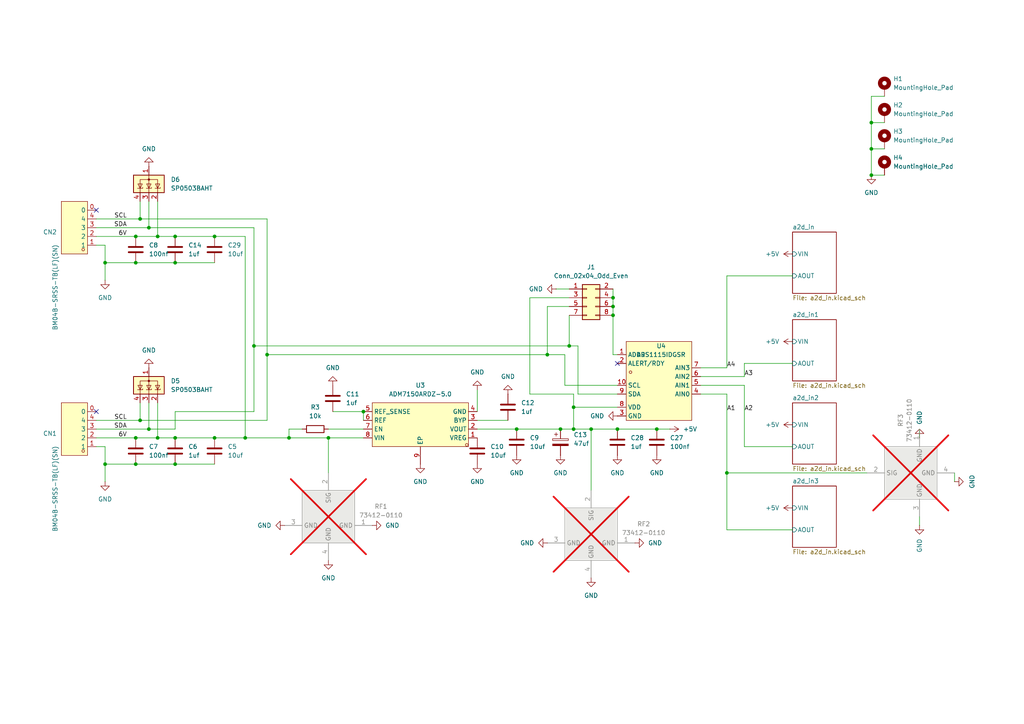
<source format=kicad_sch>
(kicad_sch (version 20231120) (generator "eeschema") (generator_version "8.0")
  (paper "A4")
  (lib_symbols
    (symbol "Connector_Generic:Conn_02x04_Odd_Even" (pin_names (offset 1.016) hide)
      (property "Reference" "J" (at 1.27 5.08 0))
      (property "Value" "Conn_02x04_Odd_Even" (at 1.27 -7.62 0))
      (symbol "Conn_02x04_Odd_Even_1_1"
        (rectangle (start -1.27 -4.953) (end 0 -5.207) (stroke (width 0.1524)))
        (rectangle (start -1.27 -2.413) (end 0 -2.667) (stroke (width 0.1524)))
        (rectangle (start -1.27 0.127) (end 0 -0.127) (stroke (width 0.1524)))
        (rectangle (start -1.27 2.667) (end 0 2.413) (stroke (width 0.1524)))
        (rectangle (start -1.27 3.81) (end 3.81 -6.35) (stroke (width 0.254)) (fill (type background)))
        (rectangle (start 3.81 -4.953) (end 2.54 -5.207) (stroke (width 0.1524)))
        (rectangle (start 3.81 -2.413) (end 2.54 -2.667) (stroke (width 0.1524)))
        (rectangle (start 3.81 0.127) (end 2.54 -0.127) (stroke (width 0.1524)))
        (rectangle (start 3.81 2.667) (end 2.54 2.413) (stroke (width 0.1524)))
        (pin passive line (at -5.08 2.54 0) (length 3.81) (name "Pin_1") (number "1"))
        (pin passive line (at 7.62 2.54 180) (length 3.81) (name "Pin_2") (number "2"))
        (pin passive line (at -5.08 0 0) (length 3.81) (name "Pin_3") (number "3"))
        (pin passive line (at 7.62 0 180) (length 3.81) (name "Pin_4") (number "4"))
        (pin passive line (at -5.08 -2.54 0) (length 3.81) (name "Pin_5") (number "5"))
        (pin passive line (at 7.62 -2.54 180) (length 3.81) (name "Pin_6") (number "6"))
        (pin passive line (at -5.08 -5.08 0) (length 3.81) (name "Pin_7") (number "7"))
        (pin passive line (at 7.62 -5.08 180) (length 3.81) (name "Pin_8") (number "8"))
      )
    )
    (symbol "Device:C" (pin_numbers hide) (pin_names (offset 0.254))
      (property "Reference" "C" (at 0.635 2.54 0))
      (property "Value" "C" (at 0.635 -2.54 0))
      (symbol "C_0_1"
        (polyline (pts (xy -2.032 -0.762) (xy 2.032 -0.762)) (stroke (width 0.508)))
        (polyline (pts (xy -2.032 0.762) (xy 2.032 0.762)) (stroke (width 0.508)))
      )
      (symbol "C_1_1"
        (pin passive line (at 0 3.81 270) (length 2.794) (name "~") (number "1"))
        (pin passive line (at 0 -3.81 90) (length 2.794) (name "~") (number "2"))
      )
    )
    (symbol "Device:C_Polarized" (pin_numbers hide) (pin_names (offset 0.254))
      (property "Reference" "C" (at 0.635 2.54 0))
      (property "Value" "C_Polarized" (at 0.635 -2.54 0))
      (symbol "C_Polarized_0_1"
        (rectangle (start -2.286 0.508) (end 2.286 1.016))
        (polyline (pts (xy -1.778 2.286) (xy -0.762 2.286)))
        (polyline (pts (xy -1.27 2.794) (xy -1.27 1.778)))
        (rectangle (start 2.286 -0.508) (end -2.286 -1.016) (fill (type outline)))
      )
      (symbol "C_Polarized_1_1"
        (pin passive line (at 0 3.81 270) (length 2.794) (name "~") (number "1"))
        (pin passive line (at 0 -3.81 90) (length 2.794) (name "~") (number "2"))
      )
    )
    (symbol "Device:R" (pin_numbers hide) (pin_names (offset 0))
      (property "Reference" "R" (at 2.032 0 90))
      (property "Value" "R" (at 0 0 90))
      (symbol "R_0_1"
        (rectangle (start -1.016 -2.54) (end 1.016 2.54) (stroke (width 0.254)))
      )
      (symbol "R_1_1"
        (pin passive line (at 0 3.81 270) (length 1.27) (name "~") (number "1"))
        (pin passive line (at 0 -3.81 90) (length 1.27) (name "~") (number "2"))
      )
    )
    (symbol "Mechanical:MountingHole_Pad" (pin_numbers hide) (pin_names (offset 1.016) hide) (exclude_from_sim yes) (in_bom no)
      (property "Reference" "H" (at 0 6.35 0))
      (property "Value" "MountingHole_Pad" (at 0 4.445 0))
      (symbol "MountingHole_Pad_0_1"
        (circle (center 0 1.27) (radius 1.27) (stroke (width 1.27)))
      )
      (symbol "MountingHole_Pad_1_1"
        (pin input line (at 0 -2.54 90) (length 2.54) (name "1") (number "1"))
      )
    )
    (symbol "Power_Protection:SP0503BAHT" (pin_names hide)
      (property "Reference" "D" (at 5.715 2.54 0))
      (property "Value" "SP0503BAHT" (at 5.715 0.635 0))
      (symbol "SP0503BAHT_0_0"
        (pin passive line (at 0 -5.08 90) (length 2.54) (name "A") (number "1"))
      )
      (symbol "SP0503BAHT_0_1"
        (rectangle (start -4.445 2.54) (end 4.445 -2.54) (stroke (width 0.254)) (fill (type background)))
        (circle (center 0 -1.27) (radius 0.254) (fill (type outline)))
        (polyline (pts (xy -2.54 2.54) (xy -2.54 1.27)))
        (polyline (pts (xy 0 -1.27) (xy 0 -2.54)))
        (polyline (pts (xy 0 -1.27) (xy 0 1.27)))
        (polyline (pts (xy 0 2.54) (xy 0 1.27)))
        (polyline (pts (xy 0.635 1.27) (xy 0.762 1.27)))
        (polyline (pts (xy 2.54 2.54) (xy 2.54 1.27)))
        (polyline (pts (xy 0.635 1.27) (xy -0.762 1.27) (xy -0.762 1.016)))
        (polyline (pts (xy -3.302 1.016) (xy -3.302 1.27) (xy -1.905 1.27) (xy -1.778 1.27)))
        (polyline (pts (xy -2.54 1.27) (xy -2.54 -1.27) (xy 2.54 -1.27) (xy 2.54 1.27)))
        (polyline (pts (xy -2.54 1.27) (xy -1.905 0) (xy -3.175 0) (xy -2.54 1.27)))
        (polyline (pts (xy 0.635 0) (xy -0.635 0) (xy 0 1.27) (xy 0.635 0)))
        (polyline (pts (xy 1.778 1.016) (xy 1.778 1.27) (xy 3.175 1.27) (xy 3.302 1.27)))
        (polyline (pts (xy 2.54 1.27) (xy 1.905 0) (xy 3.175 0) (xy 2.54 1.27)))
      )
      (symbol "SP0503BAHT_1_1"
        (pin passive line (at -2.54 5.08 270) (length 2.54) (name "K") (number "2"))
        (pin passive line (at 0 5.08 270) (length 2.54) (name "K") (number "3"))
        (pin passive line (at 2.54 5.08 270) (length 2.54) (name "K") (number "4"))
      )
    )
    (symbol "easyeda2kicad:73412-0110"
      (property "Reference" "RF" (at 0 20.32 0))
      (property "Value" "73412-0110" (at 0 -15.24 0))
      (symbol "73412-0110_0_1"
        (rectangle (start -7.62 10.16) (end 7.62 -5.08) (fill (type background)))
        (pin unspecified line (at -12.7 5.08 0) (length 5.08) (name "GND") (number "1"))
        (pin unspecified line (at 0 -10.16 90) (length 5.08) (name "SIG") (number "2"))
        (pin unspecified line (at 12.7 5.08 180) (length 5.08) (name "GND") (number "3"))
        (pin unspecified line (at 0 15.24 270) (length 5.08) (name "GND") (number "4"))
      )
    )
    (symbol "easyeda2kicad:ADM7150ARDZ-5.0"
      (property "Reference" "U" (at 0 16.51 0))
      (property "Value" "ADM7150ARDZ-5.0" (at 0 -8.89 0))
      (symbol "ADM7150ARDZ-5.0_0_1"
        (rectangle (start -13.97 6.35) (end 13.97 -6.35) (fill (type background)))
        (circle (center -13.46 5.84) (radius 0.38))
        (pin passive line (at -16.51 3.81 0) (length 2.54) (name "VREG") (number "1"))
        (pin power_out line (at -16.51 1.27 0) (length 2.54) (name "VOUT") (number "2"))
        (pin passive line (at -16.51 -1.27 0) (length 2.54) (name "BYP") (number "3"))
        (pin power_in line (at -16.51 -3.81 0) (length 2.54) (name "GND") (number "4"))
        (pin input line (at 16.51 -3.81 180) (length 2.54) (name "REF_SENSE") (number "5"))
        (pin output line (at 16.51 -1.27 180) (length 2.54) (name "REF") (number "6"))
        (pin input line (at 16.51 1.27 180) (length 2.54) (name "EN") (number "7"))
        (pin power_in line (at 16.51 3.81 180) (length 2.54) (name "VIN") (number "8"))
        (pin power_in line (at 0 11.43 270) (length 5.08) (name "EP") (number "9"))
      )
    )
    (symbol "easyeda2kicad:ADS1115IDGSR"
      (property "Reference" "U" (at -1.778 15.24 0))
      (property "Value" "ADS1115IDGSR" (at 0 -10.16 0))
      (symbol "ADS1115IDGSR_0_1"
        (rectangle (start -10.16 13.97) (end 8.89 -8.89) (fill (type background)))
        (circle (center -8.89 5.08) (radius 0.38))
        (pin unspecified line (at -12.7 10.16 0) (length 2.54) (name "ADDR") (number "1"))
        (pin unspecified line (at -12.7 1.27 0) (length 2.54) (name "SCL") (number "10"))
        (pin unspecified line (at -12.7 7.62 0) (length 2.54) (name "ALERT/RDY") (number "2"))
        (pin unspecified line (at -12.7 -7.62 0) (length 2.54) (name "GND") (number "3"))
        (pin unspecified line (at 11.43 -1.27 180) (length 2.54) (name "AIN0") (number "4"))
        (pin unspecified line (at 11.43 1.27 180) (length 2.54) (name "AIN1") (number "5"))
        (pin unspecified line (at 11.43 3.81 180) (length 2.54) (name "AIN2") (number "6"))
        (pin unspecified line (at 11.43 6.35 180) (length 2.54) (name "AIN3") (number "7"))
        (pin unspecified line (at -12.7 -5.08 0) (length 2.54) (name "VDD") (number "8"))
        (pin unspecified line (at -12.7 -1.27 0) (length 2.54) (name "SDA") (number "9"))
      )
    )
    (symbol "easyeda2kicad:BM04B-SRSS-TB(LF)(SN)"
      (property "Reference" "CN" (at 0 10.16 0))
      (property "Value" "BM04B-SRSS-TB(LF)(SN)" (at 0 -10.16 0))
      (symbol "BM04B-SRSS-TB(LF)(SN)_0_1"
        (rectangle (start -2.54 7.62) (end 5.08 -7.62) (fill (type background)))
        (circle (center -1.27 6.35) (radius 0.38))
        (pin unspecified line (at -5.08 -5.08 0) (length 2.54) (name "0") (number "0"))
        (pin unspecified line (at -5.08 5.08 0) (length 2.54) (name "1") (number "1"))
        (pin unspecified line (at -5.08 2.54 0) (length 2.54) (name "2") (number "2"))
        (pin unspecified line (at -5.08 0 0) (length 2.54) (name "3") (number "3"))
        (pin unspecified line (at -5.08 -2.54 0) (length 2.54) (name "4") (number "4"))
      )
    )
    (symbol "power:+5V" (power) (pin_numbers hide) (pin_names (offset 0) hide)
      (property "Value" "+5V" (at 0 3.556 0))
      (symbol "+5V_0_1"
        (polyline (pts (xy -0.762 1.27) (xy 0 2.54)))
        (polyline (pts (xy 0 0) (xy 0 2.54)))
        (polyline (pts (xy 0 2.54) (xy 0.762 1.27)))
      )
      (symbol "+5V_1_1"
        (pin power_in line (at 0 0 90) (length 0) (name "~") (number "1"))
      )
    )
    (symbol "power:GND" (power) (pin_numbers hide) (pin_names (offset 0) hide)
      (property "Value" "GND" (at 0 -3.81 0))
      (symbol "GND_0_1"
        (polyline (pts (xy 0 0) (xy 0 -1.27) (xy 1.27 -1.27) (xy 0 -2.54) (xy -1.27 -1.27) (xy 0 -1.27)))
      )
      (symbol "GND_1_1"
        (pin power_in line (at 0 0 270) (length 0) (name "~") (number "1"))
      )
    )
  )
  (junction (at 43.18 66.04))
  (junction (at 158.75 102.87))
  (junction (at 40.64 63.5))
  (junction (at 43.18 124.46))
  (junction (at 95.25 127))
  (junction (at 30.48 76.2))
  (junction (at 62.23 68.58))
  (junction (at 177.8 91.44))
  (junction (at 166.37 124.46))
  (junction (at 149.86 124.46))
  (junction (at 105.41 119.38))
  (junction (at 73.66 100.33))
  (junction (at 39.37 68.58))
  (junction (at 166.37 118.11))
  (junction (at 210.82 137.16))
  (junction (at 50.8 127))
  (junction (at 177.8 86.36))
  (junction (at 165.1 100.33))
  (junction (at 252.73 35.56))
  (junction (at 50.8 134.62))
  (junction (at 162.56 124.46))
  (junction (at 45.72 68.58))
  (junction (at 252.73 50.8))
  (junction (at 30.48 134.62))
  (junction (at 252.73 43.18))
  (junction (at 190.5 124.46))
  (junction (at 71.12 127))
  (junction (at 77.47 102.87))
  (junction (at 50.8 76.2))
  (junction (at 171.45 124.46))
  (junction (at 179.07 124.46))
  (junction (at 39.37 127))
  (junction (at 39.37 134.62))
  (junction (at 50.8 68.58))
  (junction (at 62.23 127))
  (junction (at 177.8 88.9))
  (junction (at 45.72 127))
  (junction (at 40.64 121.92))
  (junction (at 39.37 76.2))
  (junction (at 83.82 127))
  (no_connect (at 179.07 105.41))
  (no_connect (at 27.94 60.96))
  (no_connect (at 27.94 119.38))
  (wire (pts (xy 165.1 100.33) (xy 167.64 100.33)))
  (wire (pts (xy 171.45 124.46) (xy 171.45 142.24)))
  (wire (pts (xy 77.47 102.87) (xy 158.75 102.87)))
  (wire (pts (xy 50.8 127) (xy 62.23 127)))
  (wire (pts (xy 50.8 134.62) (xy 62.23 134.62)))
  (wire (pts (xy 39.37 76.2) (xy 50.8 76.2)))
  (wire (pts (xy 215.9 129.54) (xy 229.87 129.54)))
  (wire (pts (xy 256.54 35.56) (xy 252.73 35.56)))
  (wire (pts (xy 163.83 102.87) (xy 163.83 111.76)))
  (wire (pts (xy 39.37 127) (xy 45.72 127)))
  (wire (pts (xy 194.31 124.46) (xy 190.5 124.46)))
  (wire (pts (xy 45.72 116.84) (xy 45.72 127)))
  (wire (pts (xy 95.25 124.46) (xy 105.41 124.46)))
  (wire (pts (xy 252.73 27.94) (xy 252.73 35.56)))
  (wire (pts (xy 177.8 83.82) (xy 177.8 86.36)))
  (wire (pts (xy 138.43 113.03) (xy 138.43 119.38)))
  (wire (pts (xy 210.82 80.01) (xy 229.87 80.01)))
  (wire (pts (xy 203.2 106.68) (xy 210.82 106.68)))
  (wire (pts (xy 73.66 119.38) (xy 73.66 100.33)))
  (wire (pts (xy 50.8 124.46) (xy 50.8 119.38)))
  (wire (pts (xy 45.72 58.42) (xy 45.72 68.58)))
  (wire (pts (xy 276.86 137.16) (xy 276.86 139.7)))
  (wire (pts (xy 167.64 100.33) (xy 167.64 114.3)))
  (wire (pts (xy 161.29 83.82) (xy 165.1 83.82)))
  (wire (pts (xy 166.37 114.3) (xy 166.37 118.11)))
  (wire (pts (xy 158.75 102.87) (xy 163.83 102.87)))
  (wire (pts (xy 177.8 91.44) (xy 177.8 102.87)))
  (wire (pts (xy 27.94 127) (xy 39.37 127)))
  (wire (pts (xy 27.94 121.92) (xy 40.64 121.92)))
  (wire (pts (xy 179.07 118.11) (xy 166.37 118.11)))
  (wire (pts (xy 50.8 119.38) (xy 73.66 119.38)))
  (wire (pts (xy 83.82 127) (xy 95.25 127)))
  (wire (pts (xy 105.41 121.92) (xy 105.41 119.38)))
  (wire (pts (xy 39.37 68.58) (xy 45.72 68.58)))
  (wire (pts (xy 165.1 91.44) (xy 165.1 100.33)))
  (wire (pts (xy 83.82 124.46) (xy 83.82 127)))
  (wire (pts (xy 177.8 86.36) (xy 177.8 88.9)))
  (wire (pts (xy 73.66 100.33) (xy 165.1 100.33)))
  (wire (pts (xy 203.2 109.22) (xy 215.9 109.22)))
  (wire (pts (xy 153.67 114.3) (xy 166.37 114.3)))
  (wire (pts (xy 27.94 68.58) (xy 39.37 68.58)))
  (wire (pts (xy 166.37 124.46) (xy 171.45 124.46)))
  (wire (pts (xy 215.9 105.41) (xy 229.87 105.41)))
  (wire (pts (xy 40.64 121.92) (xy 77.47 121.92)))
  (wire (pts (xy 43.18 66.04) (xy 27.94 66.04)))
  (wire (pts (xy 43.18 124.46) (xy 27.94 124.46)))
  (wire (pts (xy 252.73 50.8) (xy 252.73 43.18)))
  (wire (pts (xy 40.64 63.5) (xy 77.47 63.5)))
  (wire (pts (xy 266.7 149.86) (xy 266.7 152.4)))
  (wire (pts (xy 149.86 124.46) (xy 162.56 124.46)))
  (wire (pts (xy 203.2 111.76) (xy 215.9 111.76)))
  (wire (pts (xy 87.63 124.46) (xy 83.82 124.46)))
  (wire (pts (xy 252.73 35.56) (xy 252.73 43.18)))
  (wire (pts (xy 43.18 116.84) (xy 43.18 124.46)))
  (wire (pts (xy 95.25 127) (xy 95.25 137.16)))
  (wire (pts (xy 43.18 66.04) (xy 73.66 66.04)))
  (wire (pts (xy 210.82 137.16) (xy 210.82 153.67)))
  (wire (pts (xy 45.72 68.58) (xy 50.8 68.58)))
  (wire (pts (xy 30.48 76.2) (xy 39.37 76.2)))
  (wire (pts (xy 165.1 86.36) (xy 153.67 86.36)))
  (wire (pts (xy 30.48 71.12) (xy 27.94 71.12)))
  (wire (pts (xy 40.64 116.84) (xy 40.64 121.92)))
  (wire (pts (xy 266.7 124.46) (xy 266.7 127)))
  (wire (pts (xy 77.47 63.5) (xy 77.47 102.87)))
  (wire (pts (xy 62.23 127) (xy 71.12 127)))
  (wire (pts (xy 39.37 134.62) (xy 50.8 134.62)))
  (wire (pts (xy 30.48 134.62) (xy 39.37 134.62)))
  (wire (pts (xy 210.82 153.67) (xy 229.87 153.67)))
  (wire (pts (xy 210.82 137.16) (xy 251.46 137.16)))
  (wire (pts (xy 138.43 121.92) (xy 147.32 121.92)))
  (wire (pts (xy 138.43 124.46) (xy 149.86 124.46)))
  (wire (pts (xy 162.56 124.46) (xy 166.37 124.46)))
  (wire (pts (xy 158.75 88.9) (xy 158.75 102.87)))
  (wire (pts (xy 203.2 114.3) (xy 210.82 114.3)))
  (wire (pts (xy 171.45 124.46) (xy 179.07 124.46)))
  (wire (pts (xy 165.1 88.9) (xy 158.75 88.9)))
  (wire (pts (xy 30.48 139.7) (xy 30.48 134.62)))
  (wire (pts (xy 252.73 43.18) (xy 256.54 43.18)))
  (wire (pts (xy 77.47 121.92) (xy 77.47 102.87)))
  (wire (pts (xy 210.82 114.3) (xy 210.82 137.16)))
  (wire (pts (xy 30.48 76.2) (xy 30.48 71.12)))
  (wire (pts (xy 96.52 119.38) (xy 105.41 119.38)))
  (wire (pts (xy 45.72 127) (xy 50.8 127)))
  (wire (pts (xy 30.48 134.62) (xy 30.48 129.54)))
  (wire (pts (xy 166.37 118.11) (xy 166.37 124.46)))
  (wire (pts (xy 73.66 66.04) (xy 73.66 100.33)))
  (wire (pts (xy 50.8 76.2) (xy 62.23 76.2)))
  (wire (pts (xy 40.64 58.42) (xy 40.64 63.5)))
  (wire (pts (xy 50.8 124.46) (xy 43.18 124.46)))
  (wire (pts (xy 71.12 127) (xy 83.82 127)))
  (wire (pts (xy 215.9 109.22) (xy 215.9 105.41)))
  (wire (pts (xy 256.54 50.8) (xy 252.73 50.8)))
  (wire (pts (xy 167.64 114.3) (xy 179.07 114.3)))
  (wire (pts (xy 215.9 111.76) (xy 215.9 129.54)))
  (wire (pts (xy 50.8 68.58) (xy 62.23 68.58)))
  (wire (pts (xy 62.23 68.58) (xy 71.12 68.58)))
  (wire (pts (xy 43.18 58.42) (xy 43.18 66.04)))
  (wire (pts (xy 153.67 86.36) (xy 153.67 114.3)))
  (wire (pts (xy 30.48 129.54) (xy 27.94 129.54)))
  (wire (pts (xy 27.94 63.5) (xy 40.64 63.5)))
  (wire (pts (xy 177.8 88.9) (xy 177.8 91.44)))
  (wire (pts (xy 71.12 68.58) (xy 71.12 127)))
  (wire (pts (xy 95.25 127) (xy 105.41 127)))
  (wire (pts (xy 256.54 27.94) (xy 252.73 27.94)))
  (wire (pts (xy 210.82 106.68) (xy 210.82 80.01)))
  (wire (pts (xy 179.07 124.46) (xy 190.5 124.46)))
  (wire (pts (xy 30.48 81.28) (xy 30.48 76.2)))
  (wire (pts (xy 177.8 102.87) (xy 179.07 102.87)))
  (wire (pts (xy 163.83 111.76) (xy 179.07 111.76)))
  (label "6V" (at 36.83 68.58 180))
  (label "SDA" (at 36.83 66.04 180))
  (label "A2" (at 215.9 119.38 0))
  (label "SCL" (at 36.83 63.5 180))
  (label "6V" (at 36.83 127 180))
  (label "SDA" (at 36.83 124.46 180))
  (label "A3" (at 215.9 109.22 0))
  (label "A4" (at 210.82 106.68 0))
  (label "A1" (at 210.82 119.38 0))
  (label "SCL" (at 36.83 121.92 180))
  (symbol (lib_id "Device:R") (at 91.44 124.46 90) (unit 1)
    (property "Reference" "R3" (at 91.44 118.11 90))
    (property "Value" "10k" (at 91.44 120.65 90))
    (property "Footprint" "Resistor_SMD:R_0603_1608Metric" (effects (hide yes)))
    (property "Description" "Resistor" (effects (hide yes)))
  )
  (symbol (lib_id "easyeda2kicad:BM04B-SRSS-TB(LF)(SN)") (at 22.86 66.04 180) (unit 1)
    (property "Reference" "CN2" (at 16.51 67.3101 0) (effects (justify left)))
    (property "Value" "BM04B-SRSS-TB(LF)(SN)" (at 16.002 70.866 90) (effects (justify left)))
    (property "Footprint" "easyeda2kicad:CONN-SMD_BM04B-SRSS-TB" (effects (hide yes)))
    (property "Datasheet" "https://lcsc.com/product-detail/Others_JST-Sales-America__JST-Sales-America-BM04B-SRSS-TB-LF-SN_C160390.html" (effects (hide yes)))
    (property "LCSC Part" "C160390" (effects (hide yes)))
  )
  (symbol (lib_id "power:GND") (at 138.43 134.62 0) (unit 1)
    (property "Reference" "#PWR010" (effects (hide yes)))
    (property "Value" "GND" (at 138.43 139.7 0))
    (property "Description" "Power symbol creates a global label with name \"GND\" , ground" (effects (hide yes)))
  )
  (symbol (lib_id "power:GND") (at 184.15 157.48 90) (unit 1)
    (property "Reference" "#PWR058" (effects (hide yes)))
    (property "Value" "GND" (at 187.96 157.4799 90) (effects (justify right)))
    (property "Description" "Power symbol creates a global label with name \"GND\" , ground" (effects (hide yes)))
  )
  (symbol (lib_id "Device:C") (at 179.07 128.27 0) (unit 1)
    (property "Reference" "C28" (at 182.88 126.9999 0) (effects (justify left)))
    (property "Value" "1uf" (at 182.88 129.5399 0) (effects (justify left)))
    (property "Footprint" "Capacitor_SMD:C_0603_1608Metric" (effects (hide yes)))
    (property "Description" "Unpolarized capacitor" (effects (hide yes)))
  )
  (symbol (lib_id "Device:C") (at 147.32 118.11 0) (unit 1)
    (property "Reference" "C12" (at 151.13 116.8399 0) (effects (justify left)))
    (property "Value" "1uf" (at 151.13 119.3799 0) (effects (justify left)))
    (property "Footprint" "Capacitor_SMD:C_0603_1608Metric" (effects (hide yes)))
    (property "Description" "Unpolarized capacitor" (effects (hide yes)))
  )
  (symbol (lib_id "power:GND") (at 43.18 106.68 180) (unit 1)
    (property "Reference" "#PWR041" (effects (hide yes)))
    (property "Value" "GND" (at 43.18 101.6 0))
    (property "Description" "Power symbol creates a global label with name \"GND\" , ground" (effects (hide yes)))
  )
  (symbol (lib_id "power:GND") (at 276.86 139.7 90) (unit 1)
    (property "Reference" "#PWR060" (effects (hide yes)))
    (property "Value" "GND" (at 281.94 139.7 0))
    (property "Description" "Power symbol creates a global label with name \"GND\" , ground" (effects (hide yes)))
  )
  (symbol (lib_id "power:+5V") (at 229.87 99.06 90) (unit 1)
    (property "Reference" "#PWR036" (effects (hide yes)))
    (property "Value" "+5V" (at 226.06 99.0599 90) (effects (justify left)))
    (property "Description" "Power symbol creates a global label with name \"+5V\"" (effects (hide yes)))
  )
  (symbol (lib_id "power:GND") (at 138.43 113.03 180) (unit 1)
    (property "Reference" "#PWR014" (effects (hide yes)))
    (property "Value" "GND" (at 138.43 107.95 0))
    (property "Description" "Power symbol creates a global label with name \"GND\" , ground" (effects (hide yes)))
  )
  (symbol (lib_id "power:GND") (at 147.32 114.3 180) (unit 1)
    (property "Reference" "#PWR012" (effects (hide yes)))
    (property "Value" "GND" (at 147.32 109.22 0))
    (property "Description" "Power symbol creates a global label with name \"GND\" , ground" (effects (hide yes)))
  )
  (symbol (lib_id "Device:C") (at 39.37 130.81 0) (unit 1)
    (property "Reference" "C7" (at 43.18 129.5399 0) (effects (justify left)))
    (property "Value" "100nf" (at 43.18 132.0799 0) (effects (justify left)))
    (property "Footprint" "Capacitor_SMD:C_0603_1608Metric" (effects (hide yes)))
    (property "Description" "Unpolarized capacitor" (effects (hide yes)))
  )
  (symbol (lib_id "easyeda2kicad:73412-0110") (at 171.45 152.4 180) (unit 1) (in_bom no) (dnp yes)
    (property "Reference" "RF2" (at 186.69 151.9838 0))
    (property "Value" "73412-0110" (at 186.69 154.5238 0))
    (property "Footprint" "easyeda2kicad:ANT-SMD_73412-0110" (effects (hide yes)))
    (property "Datasheet" "https://lcsc.com/product-detail/RF-Connectors-Coaxial-Connectors_MOLEX-73412-0110_C434806.html" (effects (hide yes)))
    (property "LCSC Part" "C434806" (effects (hide yes)))
  )
  (symbol (lib_id "power:GND") (at 107.95 152.4 90) (unit 1)
    (property "Reference" "#PWR053" (effects (hide yes)))
    (property "Value" "GND" (at 111.76 152.3999 90) (effects (justify right)))
    (property "Description" "Power symbol creates a global label with name \"GND\" , ground" (effects (hide yes)))
  )
  (symbol (lib_id "Device:C") (at 138.43 130.81 0) (unit 1)
    (property "Reference" "C10" (at 142.24 129.5399 0) (effects (justify left)))
    (property "Value" "10uf" (at 142.24 132.0799 0) (effects (justify left)))
    (property "Footprint" "Capacitor_SMD:C_0603_1608Metric" (effects (hide yes)))
    (property "Description" "Unpolarized capacitor" (effects (hide yes)))
  )
  (symbol (lib_id "power:GND") (at 162.56 132.08 0) (unit 1)
    (property "Reference" "#PWR016" (effects (hide yes)))
    (property "Value" "GND" (at 162.56 137.16 0))
    (property "Description" "Power symbol creates a global label with name \"GND\" , ground" (effects (hide yes)))
  )
  (symbol (lib_id "Device:C") (at 50.8 72.39 0) (unit 1)
    (property "Reference" "C14" (at 54.61 71.1199 0) (effects (justify left)))
    (property "Value" "1uf" (at 54.61 73.6599 0) (effects (justify left)))
    (property "Footprint" "Capacitor_SMD:C_0603_1608Metric" (effects (hide yes)))
    (property "Description" "Unpolarized capacitor" (effects (hide yes)))
  )
  (symbol (lib_id "power:GND") (at 82.55 152.4 270) (unit 1)
    (property "Reference" "#PWR055" (effects (hide yes)))
    (property "Value" "GND" (at 78.74 152.3999 90) (effects (justify right)))
    (property "Description" "Power symbol creates a global label with name \"GND\" , ground" (effects (hide yes)))
  )
  (symbol (lib_id "power:+5V") (at 229.87 147.32 90) (unit 1)
    (property "Reference" "#PWR038" (effects (hide yes)))
    (property "Value" "+5V" (at 226.06 147.3199 90) (effects (justify left)))
    (property "Description" "Power symbol creates a global label with name \"+5V\"" (effects (hide yes)))
  )
  (symbol (lib_id "power:GND") (at 158.75 157.48 270) (unit 1)
    (property "Reference" "#PWR056" (effects (hide yes)))
    (property "Value" "GND" (at 154.94 157.4799 90) (effects (justify right)))
    (property "Description" "Power symbol creates a global label with name \"GND\" , ground" (effects (hide yes)))
  )
  (symbol (lib_id "power:GND") (at 161.29 83.82 270) (unit 1)
    (property "Reference" "#PWR018" (effects (hide yes)))
    (property "Value" "GND" (at 157.48 83.8199 90) (effects (justify right)))
    (property "Description" "Power symbol creates a global label with name \"GND\" , ground" (effects (hide yes)))
  )
  (symbol (lib_id "power:+5V") (at 229.87 123.19 90) (unit 1)
    (property "Reference" "#PWR037" (effects (hide yes)))
    (property "Value" "+5V" (at 226.06 123.1899 90) (effects (justify left)))
    (property "Description" "Power symbol creates a global label with name \"+5V\"" (effects (hide yes)))
  )
  (symbol (lib_id "Mechanical:MountingHole_Pad") (at 256.54 25.4 0) (unit 1) (exclude_from_sim yes) (in_bom no)
    (property "Reference" "H1" (at 259.08 22.8599 0) (effects (justify left)))
    (property "Value" "MountingHole_Pad" (at 259.08 25.3999 0) (effects (justify left)))
    (property "Footprint" "MountingHole:MountingHole_4.3mm_M4_ISO7380_Pad" (effects (hide yes)))
    (property "Description" "Mounting Hole with connection" (effects (hide yes)))
  )
  (symbol (lib_id "power:GND") (at 266.7 127 180) (unit 1)
    (property "Reference" "#PWR061" (effects (hide yes)))
    (property "Value" "GND" (at 266.6999 123.19 90) (effects (justify right)))
    (property "Description" "Power symbol creates a global label with name \"GND\" , ground" (effects (hide yes)))
  )
  (symbol (lib_id "power:GND") (at 30.48 139.7 0) (unit 1)
    (property "Reference" "#PWR02" (effects (hide yes)))
    (property "Value" "GND" (at 30.48 144.78 0))
    (property "Description" "Power symbol creates a global label with name \"GND\" , ground" (effects (hide yes)))
  )
  (symbol (lib_id "Device:C") (at 39.37 72.39 0) (unit 1)
    (property "Reference" "C8" (at 43.18 71.1199 0) (effects (justify left)))
    (property "Value" "100nf" (at 43.18 73.6599 0) (effects (justify left)))
    (property "Footprint" "Capacitor_SMD:C_0603_1608Metric" (effects (hide yes)))
    (property "Description" "Unpolarized capacitor" (effects (hide yes)))
  )
  (symbol (lib_id "Mechanical:MountingHole_Pad") (at 256.54 48.26 0) (unit 1) (exclude_from_sim yes) (in_bom no)
    (property "Reference" "H4" (at 259.08 45.7199 0) (effects (justify left)))
    (property "Value" "MountingHole_Pad" (at 259.08 48.2599 0) (effects (justify left)))
    (property "Footprint" "MountingHole:MountingHole_4.3mm_M4_ISO7380_Pad" (effects (hide yes)))
    (property "Description" "Mounting Hole with connection" (effects (hide yes)))
  )
  (symbol (lib_id "Device:C_Polarized") (at 162.56 128.27 0) (unit 1)
    (property "Reference" "C13" (at 166.37 126.1109 0) (effects (justify left)))
    (property "Value" "47uf" (at 166.37 128.6509 0) (effects (justify left)))
    (property "Footprint" "Capacitor_Tantalum_SMD:CP_EIA-7343-43_Kemet-X" (effects (hide yes)))
    (property "Description" "Polarized capacitor" (effects (hide yes)))
  )
  (symbol (lib_id "power:GND") (at 96.52 111.76 180) (unit 1)
    (property "Reference" "#PWR013" (effects (hide yes)))
    (property "Value" "GND" (at 96.52 106.68 0))
    (property "Description" "Power symbol creates a global label with name \"GND\" , ground" (effects (hide yes)))
  )
  (symbol (lib_id "easyeda2kicad:ADM7150ARDZ-5.0") (at 121.92 123.19 180) (unit 1)
    (property "Reference" "U3" (at 121.92 111.76 0))
    (property "Value" "ADM7150ARDZ-5.0" (at 121.92 114.3 0))
    (property "Footprint" "easyeda2kicad:SOIC-8_L4.9-W3.9-P1.27-LS6.0-BL-EP" (effects (hide yes)))
    (property "Datasheet" "https://lcsc.com/product-detail/Low-Dropout-Regulators-LDO_Analog-Devices_ADM7150ARDZ-5-0_Analog-Devices-ADI-ADM7150ARDZ-5-0_C208034.html" (effects (hide yes)))
    (property "LCSC Part" "C208034" (effects (hide yes)))
  )
  (symbol (lib_id "power:GND") (at 43.18 48.26 180) (unit 1)
    (property "Reference" "#PWR062" (effects (hide yes)))
    (property "Value" "GND" (at 43.18 43.18 0))
    (property "Description" "Power symbol creates a global label with name \"GND\" , ground" (effects (hide yes)))
  )
  (symbol (lib_id "Device:C") (at 96.52 115.57 0) (unit 1)
    (property "Reference" "C11" (at 100.33 114.2999 0) (effects (justify left)))
    (property "Value" "1uf" (at 100.33 116.8399 0) (effects (justify left)))
    (property "Footprint" "Capacitor_SMD:C_0603_1608Metric" (effects (hide yes)))
    (property "Description" "Unpolarized capacitor" (effects (hide yes)))
  )
  (symbol (lib_id "Power_Protection:SP0503BAHT") (at 43.18 111.76 180) (unit 1)
    (property "Reference" "D5" (at 49.53 110.4899 0) (effects (justify right)))
    (property "Value" "SP0503BAHT" (at 49.53 113.0299 0) (effects (justify right)))
    (property "Footprint" "Package_TO_SOT_SMD:SOT-143" (effects (hide yes)))
    (property "Datasheet" "http://www.littelfuse.com/~/media/files/littelfuse/technical%20resources/documents/data%20sheets/sp05xxba.pdf" (effects (hide yes)))
    (property "Description" "TVS Diode Array, 5.5V Standoff, 3 Channels, SOT-143 package" (effects (hide yes)))
  )
  (symbol (lib_id "easyeda2kicad:ADS1115IDGSR") (at 191.77 113.03 0) (unit 1)
    (property "Reference" "U4" (at 191.77 100.33 0))
    (property "Value" "ADS1115IDGSR" (at 191.77 102.87 0))
    (property "Footprint" "easyeda2kicad:MSOP-10_L3.0-W3.0-P0.50-LS5.0-BL" (effects (hide yes)))
    (property "Datasheet" "https://lcsc.com/product-detail/Analog-To-Digital-Converters-ADCs_TI_ADS1115IDGSR_ADS1115IDGSR_C37593.html" (effects (hide yes)))
    (property "LCSC Part" "C37593" (effects (hide yes)))
  )
  (symbol (lib_id "power:+5V") (at 194.31 124.46 270) (unit 1)
    (property "Reference" "#PWR017" (effects (hide yes)))
    (property "Value" "+5V" (at 198.12 124.4599 90) (effects (justify left)))
    (property "Description" "Power symbol creates a global label with name \"+5V\"" (effects (hide yes)))
  )
  (symbol (lib_id "power:GND") (at 149.86 132.08 0) (unit 1)
    (property "Reference" "#PWR011" (effects (hide yes)))
    (property "Value" "GND" (at 149.86 137.16 0))
    (property "Description" "Power symbol creates a global label with name \"GND\" , ground" (effects (hide yes)))
  )
  (symbol (lib_id "power:GND") (at 190.5 132.08 0) (unit 1)
    (property "Reference" "#PWR039" (effects (hide yes)))
    (property "Value" "GND" (at 190.5 137.16 0))
    (property "Description" "Power symbol creates a global label with name \"GND\" , ground" (effects (hide yes)))
  )
  (symbol (lib_id "power:GND") (at 95.25 162.56 0) (unit 1)
    (property "Reference" "#PWR054" (effects (hide yes)))
    (property "Value" "GND" (at 95.25 167.64 0))
    (property "Description" "Power symbol creates a global label with name \"GND\" , ground" (effects (hide yes)))
  )
  (symbol (lib_id "power:GND") (at 179.07 132.08 0) (unit 1)
    (property "Reference" "#PWR040" (effects (hide yes)))
    (property "Value" "GND" (at 179.07 137.16 0))
    (property "Description" "Power symbol creates a global label with name \"GND\" , ground" (effects (hide yes)))
  )
  (symbol (lib_id "Power_Protection:SP0503BAHT") (at 43.18 53.34 180) (unit 1)
    (property "Reference" "D6" (at 49.53 52.0699 0) (effects (justify right)))
    (property "Value" "SP0503BAHT" (at 49.53 54.6099 0) (effects (justify right)))
    (property "Footprint" "Package_TO_SOT_SMD:SOT-143" (effects (hide yes)))
    (property "Datasheet" "http://www.littelfuse.com/~/media/files/littelfuse/technical%20resources/documents/data%20sheets/sp05xxba.pdf" (effects (hide yes)))
    (property "Description" "TVS Diode Array, 5.5V Standoff, 3 Channels, SOT-143 package" (effects (hide yes)))
  )
  (symbol (lib_id "Device:C") (at 62.23 130.81 0) (unit 1)
    (property "Reference" "C5" (at 66.04 129.5399 0) (effects (justify left)))
    (property "Value" "10uf" (at 66.04 132.0799 0) (effects (justify left)))
    (property "Footprint" "Capacitor_SMD:C_0603_1608Metric" (effects (hide yes)))
    (property "Description" "Unpolarized capacitor" (effects (hide yes)))
  )
  (symbol (lib_id "power:GND") (at 121.92 134.62 0) (unit 1)
    (property "Reference" "#PWR09" (effects (hide yes)))
    (property "Value" "GND" (at 121.92 139.7 0))
    (property "Description" "Power symbol creates a global label with name \"GND\" , ground" (effects (hide yes)))
  )
  (symbol (lib_id "power:GND") (at 252.73 50.8 0) (unit 1)
    (property "Reference" "#PWR01" (effects (hide yes)))
    (property "Value" "GND" (at 252.73 55.88 0))
    (property "Description" "Power symbol creates a global label with name \"GND\" , ground" (effects (hide yes)))
  )
  (symbol (lib_id "power:+5V") (at 229.87 73.66 90) (unit 1)
    (property "Reference" "#PWR035" (effects (hide yes)))
    (property "Value" "+5V" (at 226.06 73.6599 90) (effects (justify left)))
    (property "Description" "Power symbol creates a global label with name \"+5V\"" (effects (hide yes)))
  )
  (symbol (lib_id "Device:C") (at 190.5 128.27 0) (unit 1)
    (property "Reference" "C27" (at 194.31 126.9999 0) (effects (justify left)))
    (property "Value" "100nf" (at 194.31 129.5399 0) (effects (justify left)))
    (property "Footprint" "Capacitor_SMD:C_0603_1608Metric" (effects (hide yes)))
    (property "Description" "Unpolarized capacitor" (effects (hide yes)))
  )
  (symbol (lib_id "Mechanical:MountingHole_Pad") (at 256.54 40.64 0) (unit 1) (exclude_from_sim yes) (in_bom no)
    (property "Reference" "H3" (at 259.08 38.0999 0) (effects (justify left)))
    (property "Value" "MountingHole_Pad" (at 259.08 40.6399 0) (effects (justify left)))
    (property "Footprint" "MountingHole:MountingHole_4.3mm_M4_ISO7380_Pad" (effects (hide yes)))
    (property "Description" "Mounting Hole with connection" (effects (hide yes)))
  )
  (symbol (lib_id "Device:C") (at 149.86 128.27 0) (unit 1)
    (property "Reference" "C9" (at 153.67 126.9999 0) (effects (justify left)))
    (property "Value" "10uf" (at 153.67 129.5399 0) (effects (justify left)))
    (property "Footprint" "Capacitor_SMD:C_0603_1608Metric" (effects (hide yes)))
    (property "Description" "Unpolarized capacitor" (effects (hide yes)))
  )
  (symbol (lib_id "Mechanical:MountingHole_Pad") (at 256.54 33.02 0) (unit 1) (exclude_from_sim yes) (in_bom no)
    (property "Reference" "H2" (at 259.08 30.4799 0) (effects (justify left)))
    (property "Value" "MountingHole_Pad" (at 259.08 33.0199 0) (effects (justify left)))
    (property "Footprint" "MountingHole:MountingHole_4.3mm_M4_ISO7380_Pad" (effects (hide yes)))
    (property "Description" "Mounting Hole with connection" (effects (hide yes)))
  )
  (symbol (lib_id "power:GND") (at 179.07 120.65 270) (unit 1)
    (property "Reference" "#PWR019" (effects (hide yes)))
    (property "Value" "GND" (at 175.26 120.6499 90) (effects (justify right)))
    (property "Description" "Power symbol creates a global label with name \"GND\" , ground" (effects (hide yes)))
  )
  (symbol (lib_id "Connector_Generic:Conn_02x04_Odd_Even") (at 170.18 86.36 0) (unit 1)
    (property "Reference" "J1" (at 171.45 77.47 0))
    (property "Value" "Conn_02x04_Odd_Even" (at 171.45 80.01 0))
    (property "Footprint" "Connector_PinHeader_2.54mm:PinHeader_2x04_P2.54mm_Vertical" (effects (hide yes)))
    (property "Description" "Generic connector, double row, 02x04, odd/even pin numbering scheme (row 1 odd numbers, row 2 even numbers), script generated (kicad-library-utils/schlib/autogen/connector/)" (effects (hide yes)))
    (property "LCSC Part" "C5383105" (effects (hide yes)))
  )
  (symbol (lib_id "power:GND") (at 30.48 81.28 0) (unit 1)
    (property "Reference" "#PWR015" (effects (hide yes)))
    (property "Value" "GND" (at 30.48 86.36 0))
    (property "Description" "Power symbol creates a global label with name \"GND\" , ground" (effects (hide yes)))
  )
  (symbol (lib_id "easyeda2kicad:73412-0110") (at 261.62 137.16 270) (unit 1) (in_bom no) (dnp yes)
    (property "Reference" "RF3" (at 261.2038 121.92 0))
    (property "Value" "73412-0110" (at 263.7438 121.92 0))
    (property "Footprint" "easyeda2kicad:ANT-SMD_73412-0110" (effects (hide yes)))
    (property "Datasheet" "https://lcsc.com/product-detail/RF-Connectors-Coaxial-Connectors_MOLEX-73412-0110_C434806.html" (effects (hide yes)))
    (property "LCSC Part" "C434806" (effects (hide yes)))
  )
  (symbol (lib_id "Device:C") (at 62.23 72.39 0) (unit 1)
    (property "Reference" "C29" (at 66.04 71.1199 0) (effects (justify left)))
    (property "Value" "10uf" (at 66.04 73.6599 0) (effects (justify left)))
    (property "Footprint" "Capacitor_SMD:C_0603_1608Metric" (effects (hide yes)))
    (property "Description" "Unpolarized capacitor" (effects (hide yes)))
  )
  (symbol (lib_id "power:GND") (at 171.45 167.64 0) (unit 1)
    (property "Reference" "#PWR057" (effects (hide yes)))
    (property "Value" "GND" (at 171.45 172.72 0))
    (property "Description" "Power symbol creates a global label with name \"GND\" , ground" (effects (hide yes)))
  )
  (symbol (lib_id "easyeda2kicad:BM04B-SRSS-TB(LF)(SN)") (at 22.86 124.46 180) (unit 1)
    (property "Reference" "CN1" (at 16.51 125.7301 0) (effects (justify left)))
    (property "Value" "BM04B-SRSS-TB(LF)(SN)" (at 16.002 129.286 90) (effects (justify left)))
    (property "Footprint" "easyeda2kicad:CONN-SMD_BM04B-SRSS-TB" (effects (hide yes)))
    (property "Datasheet" "https://lcsc.com/product-detail/Others_JST-Sales-America__JST-Sales-America-BM04B-SRSS-TB-LF-SN_C160390.html" (effects (hide yes)))
    (property "LCSC Part" "C160390" (effects (hide yes)))
  )
  (symbol (lib_id "easyeda2kicad:73412-0110") (at 95.25 147.32 180) (unit 1) (in_bom no) (dnp yes)
    (property "Reference" "RF1" (at 110.49 146.9038 0))
    (property "Value" "73412-0110" (at 110.49 149.4438 0))
    (property "Footprint" "easyeda2kicad:ANT-SMD_73412-0110" (effects (hide yes)))
    (property "Datasheet" "https://lcsc.com/product-detail/RF-Connectors-Coaxial-Connectors_MOLEX-73412-0110_C434806.html" (effects (hide yes)))
    (property "LCSC Part" "C434806" (effects (hide yes)))
  )
  (symbol (lib_id "Device:C") (at 50.8 130.81 0) (unit 1)
    (property "Reference" "C6" (at 54.61 129.5399 0) (effects (justify left)))
    (property "Value" "1uf" (at 54.61 132.0799 0) (effects (justify left)))
    (property "Footprint" "Capacitor_SMD:C_0603_1608Metric" (effects (hide yes)))
    (property "Description" "Unpolarized capacitor" (effects (hide yes)))
  )
  (symbol (lib_id "power:GND") (at 266.7 152.4 0) (unit 1)
    (property "Reference" "#PWR059" (effects (hide yes)))
    (property "Value" "GND" (at 266.6999 156.21 90) (effects (justify right)))
    (property "Description" "Power symbol creates a global label with name \"GND\" , ground" (effects (hide yes)))
  )
  (sheet (at 229.87 67.31) (size 12.7 17.78) (stroke (width 0.1524))
    (property "Sheetname" "a2d_in" (at 229.87 66.5984 0) (effects (justify left bottom)))
    (property "Sheetfile" "a2d_in.kicad_sch" (at 229.87 85.6746 0) (effects (justify left top)))
    (pin "AOUT" input (at 229.87 80.01 180))
    (pin "VIN" input (at 229.87 73.66 180))
  )
  (sheet (at 229.87 140.97) (size 12.7 17.78) (stroke (width 0.1524))
    (property "Sheetname" "a2d_in3" (at 229.87 140.2584 0) (effects (justify left bottom)))
    (property "Sheetfile" "a2d_in.kicad_sch" (at 229.87 159.3346 0) (effects (justify left top)))
    (pin "AOUT" input (at 229.87 153.67 180))
    (pin "VIN" input (at 229.87 147.32 180))
  )
  (sheet (at 229.87 92.71) (size 12.7 17.78) (stroke (width 0.1524))
    (property "Sheetname" "a2d_in1" (at 229.87 91.9984 0) (effects (justify left bottom)))
    (property "Sheetfile" "a2d_in.kicad_sch" (at 229.87 111.0746 0) (effects (justify left top)))
    (pin "AOUT" input (at 229.87 105.41 180))
    (pin "VIN" input (at 229.87 99.06 180))
  )
  (sheet (at 229.87 116.84) (size 12.7 17.78) (stroke (width 0.1524))
    (property "Sheetname" "a2d_in2" (at 229.87 116.1284 0) (effects (justify left bottom)))
    (property "Sheetfile" "a2d_in.kicad_sch" (at 229.87 135.2046 0) (effects (justify left top)))
    (pin "AOUT" input (at 229.87 129.54 180))
    (pin "VIN" input (at 229.87 123.19 180))
  )
)
</source>
